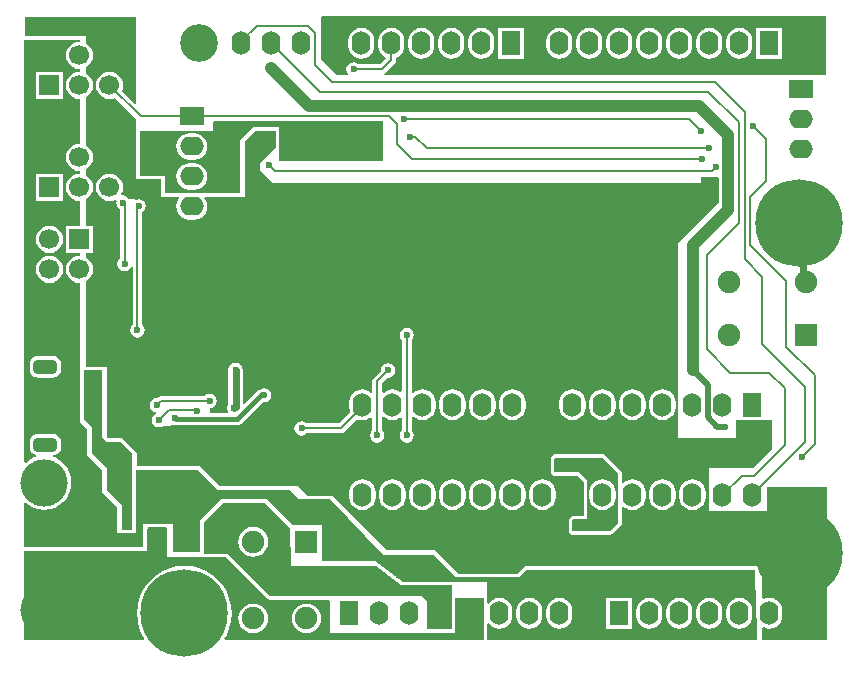
<source format=gbl>
G04*
G04 #@! TF.GenerationSoftware,Altium Limited,Altium Designer,20.0.7 (75)*
G04*
G04 Layer_Physical_Order=2*
G04 Layer_Color=16711680*
%FSLAX44Y44*%
%MOMM*%
G71*
G01*
G75*
%ADD10C,0.2000*%
%ADD11C,0.5000*%
%ADD12C,0.4000*%
%ADD31R,1.9000X1.9000*%
%ADD65C,1.9000*%
%ADD66R,1.9000X1.9000*%
%ADD74C,0.6000*%
%ADD76C,1.0000*%
%ADD77O,1.6000X2.0000*%
%ADD78R,1.6000X2.0000*%
%ADD79C,4.0000*%
%ADD80C,1.7000*%
%ADD81R,1.7000X1.7000*%
%ADD82C,3.2000*%
%ADD83C,7.4000*%
%ADD84O,2.0000X1.6000*%
%ADD85R,2.0000X1.6000*%
G04:AMPARAMS|DCode=86|XSize=2mm|YSize=1.2mm|CornerRadius=0.36mm|HoleSize=0mm|Usage=FLASHONLY|Rotation=0.000|XOffset=0mm|YOffset=0mm|HoleType=Round|Shape=RoundedRectangle|*
%AMROUNDEDRECTD86*
21,1,2.0000,0.4800,0,0,0.0*
21,1,1.2800,1.2000,0,0,0.0*
1,1,0.7200,0.6400,-0.2400*
1,1,0.7200,-0.6400,-0.2400*
1,1,0.7200,-0.6400,0.2400*
1,1,0.7200,0.6400,0.2400*
%
%ADD86ROUNDEDRECTD86*%
%ADD87C,0.6000*%
G36*
X683000Y481000D02*
X309022Y481000D01*
X308601Y482176D01*
X308618Y482270D01*
X309884Y483116D01*
X317844Y491076D01*
X317844Y491076D01*
X318728Y492399D01*
X319038Y493960D01*
X319038Y493960D01*
Y495783D01*
X320507Y496391D01*
X322805Y498155D01*
X324568Y500452D01*
X325677Y503128D01*
X326055Y506000D01*
Y510000D01*
X325677Y512872D01*
X324568Y515547D01*
X322805Y517845D01*
X320507Y519608D01*
X317832Y520717D01*
X314960Y521095D01*
X312088Y520717D01*
X309413Y519608D01*
X307115Y517845D01*
X305352Y515547D01*
X304243Y512872D01*
X303865Y510000D01*
Y506000D01*
X304243Y503128D01*
X305352Y500452D01*
X307115Y498155D01*
X309413Y496391D01*
X309706Y496270D01*
X310004Y494772D01*
X305311Y490078D01*
X287491D01*
X287326Y490326D01*
X285341Y491652D01*
X283000Y492118D01*
X280659Y491652D01*
X278674Y490326D01*
X277348Y488341D01*
X276882Y486000D01*
X277348Y483659D01*
X278276Y482270D01*
X277597Y481000D01*
X269000D01*
X255000Y495000D01*
X255000Y530102D01*
X255898Y531000D01*
X683000D01*
X683000Y481000D01*
D02*
G37*
G36*
X99000Y530000D02*
Y457067D01*
X97827Y456581D01*
X86691Y467717D01*
X87404Y469438D01*
X87799Y472440D01*
X87404Y475442D01*
X86245Y478240D01*
X84402Y480642D01*
X82000Y482485D01*
X79202Y483644D01*
X76200Y484039D01*
X73198Y483644D01*
X70400Y482485D01*
X67998Y480642D01*
X66155Y478240D01*
X64996Y475442D01*
X64601Y472440D01*
X64996Y469438D01*
X66155Y466640D01*
X67998Y464238D01*
X70400Y462395D01*
X73198Y461236D01*
X76200Y460841D01*
X79202Y461236D01*
X80923Y461949D01*
X99000Y443872D01*
Y434297D01*
X98941Y434000D01*
Y410294D01*
X98883Y410000D01*
X98941Y409706D01*
Y396000D01*
X99000Y395703D01*
Y393000D01*
X101705D01*
X102000Y392941D01*
X119941D01*
X119941Y381000D01*
X120000Y380705D01*
Y378000D01*
X122704D01*
X123000Y377941D01*
X134781D01*
X135407Y376671D01*
X134391Y375348D01*
X133283Y372672D01*
X132905Y369800D01*
X133283Y366928D01*
X134391Y364253D01*
X136155Y361955D01*
X138453Y360191D01*
X141128Y359083D01*
X144000Y358705D01*
X148000D01*
X150872Y359083D01*
X153547Y360191D01*
X155845Y361955D01*
X157608Y364253D01*
X158717Y366928D01*
X159095Y369800D01*
X158717Y372672D01*
X157608Y375348D01*
X156593Y376671D01*
X157219Y377941D01*
X187000D01*
X187296Y378000D01*
X191000D01*
X191000Y425674D01*
X199267Y433941D01*
X216941D01*
X216941Y419941D01*
X204000Y407000D01*
X204000Y401000D01*
X215000Y390000D01*
X577000D01*
X577000Y395000D01*
X591033Y395000D01*
X591931Y394102D01*
Y373984D01*
X557999Y338113D01*
X558000Y174001D01*
X607000Y174000D01*
X607000Y189000D01*
X609650D01*
Y188930D01*
X631650D01*
Y189000D01*
X637000D01*
X637000Y164000D01*
X621001Y148001D01*
X584000Y148000D01*
X584000Y112000D01*
X633000Y112000D01*
Y132000D01*
X684000Y132000D01*
Y3000D01*
X629802Y3000D01*
X628904Y3898D01*
X628904Y12681D01*
X630174Y13493D01*
X632128Y12683D01*
X635000Y12305D01*
X637872Y12683D01*
X640547Y13792D01*
X642845Y15555D01*
X644609Y17852D01*
X645717Y20528D01*
X646095Y23400D01*
Y27400D01*
X645717Y30272D01*
X644609Y32947D01*
X642845Y35245D01*
X640547Y37009D01*
X637872Y38117D01*
X635000Y38495D01*
X632128Y38117D01*
X630174Y37307D01*
X628904Y38120D01*
X628905Y60074D01*
X625618Y65000D01*
X623283D01*
X622986Y65059D01*
X429000Y65059D01*
X428705Y65000D01*
X427712D01*
X426951Y64239D01*
X426837Y64163D01*
X426837Y64163D01*
X421733Y59059D01*
X371941Y59059D01*
X370000Y61000D01*
X352000Y79000D01*
X311000Y79000D01*
X264999Y124999D01*
X263332Y124999D01*
X263066Y125058D01*
X263033Y125052D01*
X263000Y125059D01*
X248592Y125059D01*
X248296Y125000D01*
X248005D01*
X248005Y125000D01*
X247704Y125000D01*
X247408Y125059D01*
X243942Y125059D01*
X236000Y133000D01*
X229293Y133000D01*
X229000Y133059D01*
X228999D01*
X228999Y133059D01*
X228999Y133059D01*
X169941Y133059D01*
X153000Y150000D01*
X151296D01*
X151001Y150059D01*
X151001Y150059D01*
X135591Y150059D01*
X135296Y150000D01*
X135005D01*
X135005Y150000D01*
X134704D01*
X134409Y150059D01*
X100000Y150059D01*
Y161000D01*
X86999Y174001D01*
X74999D01*
X74000Y175000D01*
Y234000D01*
X70296D01*
X70000Y234059D01*
X56000D01*
Y306306D01*
X56600Y306555D01*
X59002Y308398D01*
X60845Y310800D01*
X62004Y313598D01*
X62399Y316600D01*
X62004Y319602D01*
X60845Y322400D01*
X59002Y324802D01*
X56600Y326645D01*
X56000Y326894D01*
Y330500D01*
X62300D01*
Y353500D01*
X56000D01*
Y375786D01*
X56600Y376035D01*
X59002Y377878D01*
X60845Y380280D01*
X62004Y383078D01*
X62399Y386080D01*
X62004Y389082D01*
X60845Y391880D01*
X59002Y394282D01*
X56600Y396125D01*
X56000Y396374D01*
Y401186D01*
X56600Y401435D01*
X59002Y403278D01*
X60845Y405680D01*
X62004Y408478D01*
X62399Y411480D01*
X62004Y414482D01*
X60845Y417280D01*
X59002Y419682D01*
X56600Y421525D01*
X56000Y421774D01*
Y462146D01*
X56600Y462395D01*
X59002Y464238D01*
X60845Y466640D01*
X62004Y469438D01*
X62399Y472440D01*
X62004Y475442D01*
X60845Y478240D01*
X59002Y480642D01*
X56600Y482485D01*
X56000Y482734D01*
Y487546D01*
X56600Y487795D01*
X59002Y489638D01*
X60845Y492040D01*
X62004Y494838D01*
X62399Y497840D01*
X62004Y500842D01*
X60845Y503640D01*
X59002Y506042D01*
X56600Y507885D01*
X56000Y508134D01*
Y514000D01*
X51296D01*
X51000Y514059D01*
X5000D01*
Y530000D01*
X99000Y530000D01*
D02*
G37*
G36*
X308000Y408000D02*
X220000Y408000D01*
X220000Y437000D01*
X198000D01*
X187000Y426000D01*
Y381000D01*
X123000D01*
X123000Y396000D01*
X102000D01*
Y434000D01*
X164000Y434000D01*
X164000Y441024D01*
X164898Y441922D01*
X308000D01*
X308000Y408000D01*
D02*
G37*
G36*
X70000Y174000D02*
X74000Y170000D01*
X86000D01*
X95000Y161000D01*
Y96318D01*
X87000D01*
Y117000D01*
X74000Y130000D01*
X74000Y148000D01*
X61750Y160250D01*
Y183250D01*
X55000Y190000D01*
Y226000D01*
Y231000D01*
X70000D01*
Y174000D01*
D02*
G37*
G36*
X51000Y509615D02*
X50800Y509439D01*
X47798Y509044D01*
X45000Y507885D01*
X42598Y506042D01*
X40755Y503640D01*
X39596Y500842D01*
X39201Y497840D01*
X39596Y494838D01*
X40755Y492040D01*
X42598Y489638D01*
X45000Y487795D01*
X47798Y486636D01*
X50800Y486241D01*
X51000Y486065D01*
Y484215D01*
X50800Y484039D01*
X47798Y483644D01*
X45000Y482485D01*
X42598Y480642D01*
X40755Y478240D01*
X39596Y475442D01*
X39201Y472440D01*
X39596Y469438D01*
X40755Y466640D01*
X42598Y464238D01*
X45000Y462395D01*
X47798Y461236D01*
X50800Y460841D01*
X51000Y460665D01*
Y423255D01*
X50800Y423079D01*
X47798Y422684D01*
X45000Y421525D01*
X42598Y419682D01*
X40755Y417280D01*
X39596Y414482D01*
X39201Y411480D01*
X39596Y408478D01*
X40755Y405680D01*
X42598Y403278D01*
X45000Y401435D01*
X47798Y400276D01*
X50800Y399881D01*
X51000Y399705D01*
Y397855D01*
X50800Y397679D01*
X47798Y397284D01*
X45000Y396125D01*
X42598Y394282D01*
X40755Y391880D01*
X39596Y389082D01*
X39201Y386080D01*
X39596Y383078D01*
X40755Y380280D01*
X42598Y377878D01*
X45000Y376035D01*
X47798Y374876D01*
X50800Y374481D01*
X51000Y374305D01*
Y353500D01*
X39300D01*
Y330500D01*
X51000D01*
Y328375D01*
X50800Y328199D01*
X47798Y327804D01*
X45000Y326645D01*
X42598Y324802D01*
X40755Y322400D01*
X39596Y319602D01*
X39201Y316600D01*
X39596Y313598D01*
X40755Y310800D01*
X42598Y308398D01*
X45000Y306555D01*
X47798Y305396D01*
X50800Y305001D01*
X51000Y304825D01*
Y187000D01*
X57000Y181000D01*
Y159000D01*
X70000Y146000D01*
Y128000D01*
X83000Y115000D01*
Y93000D01*
X99000Y93000D01*
X99000Y147001D01*
X134408Y147000D01*
X135000Y146882D01*
X135591Y147000D01*
X151001Y147000D01*
X167999Y130000D01*
X229000Y130000D01*
X237001Y122000D01*
X247408Y122000D01*
X248000Y121882D01*
X248592Y122000D01*
X263000Y122000D01*
X308016Y75000D01*
X350837Y74999D01*
X368888Y56000D01*
X423000Y56000D01*
X429000Y62000D01*
X622986Y62000D01*
X623213Y61453D01*
X624062Y28594D01*
X623905Y27400D01*
Y23400D01*
X624268Y20645D01*
X624701Y3910D01*
X623814Y3000D01*
X396059Y3000D01*
Y16721D01*
X397329Y17152D01*
X398555Y15555D01*
X400853Y13792D01*
X403528Y12683D01*
X406400Y12305D01*
X409272Y12683D01*
X411947Y13792D01*
X414245Y15555D01*
X416008Y17852D01*
X417117Y20528D01*
X417495Y23400D01*
Y27400D01*
X417117Y30272D01*
X416008Y32947D01*
X414245Y35245D01*
X411947Y37009D01*
X409272Y38117D01*
X406400Y38495D01*
X403528Y38117D01*
X400853Y37009D01*
X398555Y35245D01*
X397329Y33648D01*
X396059Y34079D01*
Y38000D01*
X396000Y38295D01*
Y52000D01*
X366296D01*
X366000Y52059D01*
X324922D01*
X301059Y70000D01*
X256000Y70000D01*
Y100000D01*
X232000Y100000D01*
X210000Y122000D01*
X207296D01*
X207000Y122059D01*
X172000Y122059D01*
X172000Y122059D01*
X170829Y121826D01*
X169837Y121163D01*
X153837Y105163D01*
X153174Y104171D01*
X152941Y103000D01*
X152941Y103000D01*
Y77000D01*
X130000D01*
Y101000D01*
X125295D01*
X125000Y101059D01*
X108898Y101059D01*
X108898Y101059D01*
X108603Y101000D01*
X105000D01*
Y97397D01*
X104941Y97102D01*
X104941Y97102D01*
X104942Y82082D01*
X104044Y81184D01*
X4000D01*
Y118555D01*
X5270Y119156D01*
X8160Y116784D01*
X12156Y114648D01*
X16491Y113333D01*
X21000Y112889D01*
X25509Y113333D01*
X29844Y114648D01*
X33840Y116784D01*
X37342Y119658D01*
X40216Y123160D01*
X42352Y127156D01*
X43667Y131491D01*
X44111Y136000D01*
X43667Y140509D01*
X42352Y144844D01*
X40216Y148840D01*
X37342Y152342D01*
X33840Y155216D01*
X29844Y157352D01*
X28693Y157701D01*
X28799Y158996D01*
X30118Y159170D01*
X31723Y159835D01*
X33102Y160893D01*
X34160Y162271D01*
X34825Y163877D01*
X35052Y165600D01*
Y170400D01*
X34825Y172123D01*
X34160Y173729D01*
X33102Y175107D01*
X31723Y176165D01*
X30118Y176830D01*
X28395Y177057D01*
X15595D01*
X13872Y176830D01*
X12266Y176165D01*
X10888Y175107D01*
X9830Y173729D01*
X9165Y172123D01*
X8938Y170400D01*
Y165600D01*
X9165Y163877D01*
X9830Y162271D01*
X10888Y160893D01*
X12266Y159835D01*
X13830Y159187D01*
X13875Y159069D01*
X13909Y157884D01*
X12156Y157352D01*
X8160Y155216D01*
X5270Y152844D01*
X4000Y153445D01*
Y511000D01*
X51000D01*
Y509615D01*
D02*
G37*
G36*
X229000Y98000D02*
X230065Y65000D01*
X301947D01*
X323000Y49000D01*
X366000D01*
Y38295D01*
X365941Y38000D01*
Y12000D01*
X345000D01*
Y36000D01*
X341000Y40000D01*
X212000D01*
X176000Y76000D01*
X156000D01*
Y103000D01*
X172000Y119000D01*
X207000Y119000D01*
X229000Y98000D01*
D02*
G37*
G36*
X125000Y98000D02*
X125000Y72969D01*
X154448Y73429D01*
X154830Y73174D01*
X156000Y72941D01*
X174733D01*
X209837Y37837D01*
X210830Y37174D01*
X212000Y36941D01*
X212000Y36941D01*
X262102D01*
X263000Y36043D01*
X263000Y18000D01*
Y9000D01*
X344705D01*
X345000Y8941D01*
X365941D01*
X366237Y9000D01*
X369000D01*
Y36730D01*
D01*
Y38000D01*
X369000Y38000D01*
X370270D01*
X370270Y38000D01*
X393000Y38000D01*
Y3000D01*
X174186Y3000D01*
X173565Y4108D01*
X175450Y7184D01*
X177860Y13001D01*
X179330Y19123D01*
X179824Y25400D01*
X179330Y31677D01*
X177860Y37799D01*
X175450Y43616D01*
X172161Y48984D01*
X168072Y53772D01*
X163284Y57861D01*
X157916Y61150D01*
X152099Y63560D01*
X145977Y65030D01*
X139700Y65524D01*
X133423Y65030D01*
X127301Y63560D01*
X121484Y61150D01*
X116116Y57861D01*
X111328Y53772D01*
X107239Y48984D01*
X103949Y43616D01*
X101540Y37799D01*
X100070Y31677D01*
X99576Y25400D01*
X100070Y19123D01*
X101540Y13001D01*
X103949Y7184D01*
X105835Y4108D01*
X105214Y3000D01*
X4414D01*
X4000Y4000D01*
Y78125D01*
X108001D01*
X108000Y97102D01*
X108898Y98000D01*
X125000Y98000D01*
D02*
G37*
%LPC*%
G36*
X646000Y521000D02*
X624000D01*
Y495000D01*
X646000D01*
Y521000D01*
D02*
G37*
G36*
X427560D02*
X405560D01*
Y495000D01*
X427560D01*
Y521000D01*
D02*
G37*
G36*
X609600Y521095D02*
X606728Y520717D01*
X604053Y519608D01*
X601755Y517845D01*
X599991Y515547D01*
X598883Y512872D01*
X598505Y510000D01*
Y506000D01*
X598883Y503128D01*
X599991Y500452D01*
X601755Y498155D01*
X604053Y496391D01*
X606728Y495283D01*
X609600Y494905D01*
X612472Y495283D01*
X615147Y496391D01*
X617445Y498155D01*
X619208Y500452D01*
X620317Y503128D01*
X620695Y506000D01*
Y510000D01*
X620317Y512872D01*
X619208Y515547D01*
X617445Y517845D01*
X615147Y519608D01*
X612472Y520717D01*
X609600Y521095D01*
D02*
G37*
G36*
X584200D02*
X581328Y520717D01*
X578653Y519608D01*
X576355Y517845D01*
X574591Y515547D01*
X573483Y512872D01*
X573105Y510000D01*
Y506000D01*
X573483Y503128D01*
X574591Y500452D01*
X576355Y498155D01*
X578653Y496391D01*
X581328Y495283D01*
X584200Y494905D01*
X587072Y495283D01*
X589747Y496391D01*
X592045Y498155D01*
X593809Y500452D01*
X594917Y503128D01*
X595295Y506000D01*
Y510000D01*
X594917Y512872D01*
X593809Y515547D01*
X592045Y517845D01*
X589747Y519608D01*
X587072Y520717D01*
X584200Y521095D01*
D02*
G37*
G36*
X558800D02*
X555928Y520717D01*
X553253Y519608D01*
X550955Y517845D01*
X549192Y515547D01*
X548083Y512872D01*
X547705Y510000D01*
Y506000D01*
X548083Y503128D01*
X549192Y500452D01*
X550955Y498155D01*
X553253Y496391D01*
X555928Y495283D01*
X558800Y494905D01*
X561672Y495283D01*
X564347Y496391D01*
X566645Y498155D01*
X568409Y500452D01*
X569517Y503128D01*
X569895Y506000D01*
Y510000D01*
X569517Y512872D01*
X568409Y515547D01*
X566645Y517845D01*
X564347Y519608D01*
X561672Y520717D01*
X558800Y521095D01*
D02*
G37*
G36*
X533400D02*
X530528Y520717D01*
X527853Y519608D01*
X525555Y517845D01*
X523792Y515547D01*
X522683Y512872D01*
X522305Y510000D01*
Y506000D01*
X522683Y503128D01*
X523792Y500452D01*
X525555Y498155D01*
X527853Y496391D01*
X530528Y495283D01*
X533400Y494905D01*
X536272Y495283D01*
X538947Y496391D01*
X541245Y498155D01*
X543008Y500452D01*
X544117Y503128D01*
X544495Y506000D01*
Y510000D01*
X544117Y512872D01*
X543008Y515547D01*
X541245Y517845D01*
X538947Y519608D01*
X536272Y520717D01*
X533400Y521095D01*
D02*
G37*
G36*
X508000D02*
X505128Y520717D01*
X502453Y519608D01*
X500155Y517845D01*
X498391Y515547D01*
X497283Y512872D01*
X496905Y510000D01*
Y506000D01*
X497283Y503128D01*
X498391Y500452D01*
X500155Y498155D01*
X502453Y496391D01*
X505128Y495283D01*
X508000Y494905D01*
X510872Y495283D01*
X513547Y496391D01*
X515845Y498155D01*
X517608Y500452D01*
X518717Y503128D01*
X519095Y506000D01*
Y510000D01*
X518717Y512872D01*
X517608Y515547D01*
X515845Y517845D01*
X513547Y519608D01*
X510872Y520717D01*
X508000Y521095D01*
D02*
G37*
G36*
X482600D02*
X479728Y520717D01*
X477053Y519608D01*
X474755Y517845D01*
X472991Y515547D01*
X471883Y512872D01*
X471505Y510000D01*
Y506000D01*
X471883Y503128D01*
X472991Y500452D01*
X474755Y498155D01*
X477053Y496391D01*
X479728Y495283D01*
X482600Y494905D01*
X485472Y495283D01*
X488147Y496391D01*
X490445Y498155D01*
X492209Y500452D01*
X493317Y503128D01*
X493695Y506000D01*
Y510000D01*
X493317Y512872D01*
X492209Y515547D01*
X490445Y517845D01*
X488147Y519608D01*
X485472Y520717D01*
X482600Y521095D01*
D02*
G37*
G36*
X457200D02*
X454328Y520717D01*
X451653Y519608D01*
X449355Y517845D01*
X447592Y515547D01*
X446483Y512872D01*
X446105Y510000D01*
Y506000D01*
X446483Y503128D01*
X447592Y500452D01*
X449355Y498155D01*
X451653Y496391D01*
X454328Y495283D01*
X457200Y494905D01*
X460072Y495283D01*
X462747Y496391D01*
X465045Y498155D01*
X466809Y500452D01*
X467917Y503128D01*
X468295Y506000D01*
Y510000D01*
X467917Y512872D01*
X466809Y515547D01*
X465045Y517845D01*
X462747Y519608D01*
X460072Y520717D01*
X457200Y521095D01*
D02*
G37*
G36*
X391160D02*
X388288Y520717D01*
X385613Y519608D01*
X383315Y517845D01*
X381552Y515547D01*
X380443Y512872D01*
X380065Y510000D01*
Y506000D01*
X380443Y503128D01*
X381552Y500452D01*
X383315Y498155D01*
X385613Y496391D01*
X388288Y495283D01*
X391160Y494905D01*
X394032Y495283D01*
X396707Y496391D01*
X399005Y498155D01*
X400769Y500452D01*
X401877Y503128D01*
X402255Y506000D01*
Y510000D01*
X401877Y512872D01*
X400769Y515547D01*
X399005Y517845D01*
X396707Y519608D01*
X394032Y520717D01*
X391160Y521095D01*
D02*
G37*
G36*
X365760D02*
X362888Y520717D01*
X360213Y519608D01*
X357915Y517845D01*
X356152Y515547D01*
X355043Y512872D01*
X354665Y510000D01*
Y506000D01*
X355043Y503128D01*
X356152Y500452D01*
X357915Y498155D01*
X360213Y496391D01*
X362888Y495283D01*
X365760Y494905D01*
X368632Y495283D01*
X371307Y496391D01*
X373605Y498155D01*
X375368Y500452D01*
X376477Y503128D01*
X376855Y506000D01*
Y510000D01*
X376477Y512872D01*
X375368Y515547D01*
X373605Y517845D01*
X371307Y519608D01*
X368632Y520717D01*
X365760Y521095D01*
D02*
G37*
G36*
X340360D02*
X337488Y520717D01*
X334813Y519608D01*
X332515Y517845D01*
X330751Y515547D01*
X329643Y512872D01*
X329265Y510000D01*
Y506000D01*
X329643Y503128D01*
X330751Y500452D01*
X332515Y498155D01*
X334813Y496391D01*
X337488Y495283D01*
X340360Y494905D01*
X343232Y495283D01*
X345907Y496391D01*
X348205Y498155D01*
X349968Y500452D01*
X351077Y503128D01*
X351455Y506000D01*
Y510000D01*
X351077Y512872D01*
X349968Y515547D01*
X348205Y517845D01*
X345907Y519608D01*
X343232Y520717D01*
X340360Y521095D01*
D02*
G37*
G36*
X289560D02*
X286688Y520717D01*
X284013Y519608D01*
X281715Y517845D01*
X279951Y515547D01*
X278843Y512872D01*
X278465Y510000D01*
Y506000D01*
X278843Y503128D01*
X279951Y500452D01*
X281715Y498155D01*
X284013Y496391D01*
X286688Y495283D01*
X289560Y494905D01*
X292432Y495283D01*
X295107Y496391D01*
X297405Y498155D01*
X299168Y500452D01*
X300277Y503128D01*
X300655Y506000D01*
Y510000D01*
X300277Y512872D01*
X299168Y515547D01*
X297405Y517845D01*
X295107Y519608D01*
X292432Y520717D01*
X289560Y521095D01*
D02*
G37*
G36*
X76200Y397679D02*
X73198Y397284D01*
X70400Y396125D01*
X67998Y394282D01*
X66155Y391880D01*
X64996Y389082D01*
X64601Y386080D01*
X64996Y383078D01*
X66155Y380280D01*
X67998Y377878D01*
X70400Y376035D01*
X73198Y374876D01*
X76200Y374481D01*
X79202Y374876D01*
X81171Y375692D01*
X82232Y374756D01*
X81882Y373000D01*
X82348Y370659D01*
X83674Y368674D01*
X84922Y367841D01*
Y325491D01*
X84674Y325326D01*
X83348Y323341D01*
X82882Y321000D01*
X83348Y318659D01*
X84674Y316674D01*
X86659Y315348D01*
X89000Y314883D01*
X91341Y315348D01*
X93326Y316674D01*
X94652Y318659D01*
X95922Y318533D01*
Y269491D01*
X95674Y269326D01*
X94348Y267341D01*
X93883Y265000D01*
X94348Y262659D01*
X95674Y260674D01*
X97659Y259348D01*
X100000Y258883D01*
X102341Y259348D01*
X104326Y260674D01*
X105652Y262659D01*
X106117Y265000D01*
X105652Y267341D01*
X104326Y269326D01*
X104078Y269491D01*
Y364841D01*
X105326Y365674D01*
X106652Y367659D01*
X107118Y370000D01*
X106652Y372341D01*
X105326Y374326D01*
X103341Y375652D01*
X101000Y376118D01*
X98659Y375652D01*
X98473Y375527D01*
X98000Y376000D01*
X93212D01*
X92326Y377326D01*
X90341Y378652D01*
X88000Y379118D01*
X86765Y378872D01*
X86049Y380024D01*
X86245Y380280D01*
X87404Y383078D01*
X87799Y386080D01*
X87404Y389082D01*
X86245Y391880D01*
X84402Y394282D01*
X82000Y396125D01*
X79202Y397284D01*
X76200Y397679D01*
D02*
G37*
G36*
X328000Y267118D02*
X325659Y266652D01*
X323674Y265326D01*
X322348Y263341D01*
X321883Y261000D01*
X322348Y258659D01*
X323674Y256674D01*
X323922Y256509D01*
Y213202D01*
X322652Y212576D01*
X321397Y213538D01*
X318722Y214647D01*
X315850Y215025D01*
X312978Y214647D01*
X310303Y213538D01*
X308348Y212039D01*
X307078Y212518D01*
Y220311D01*
X311708Y224940D01*
X312000Y224883D01*
X314341Y225348D01*
X316326Y226674D01*
X317652Y228659D01*
X318118Y231000D01*
X317652Y233341D01*
X316326Y235326D01*
X314341Y236652D01*
X312000Y237118D01*
X309659Y236652D01*
X307674Y235326D01*
X306348Y233341D01*
X305882Y231000D01*
X305940Y230708D01*
X300116Y224884D01*
X299232Y223561D01*
X298922Y222000D01*
X298922Y222000D01*
Y212896D01*
X297652Y212269D01*
X295997Y213538D01*
X293322Y214647D01*
X290450Y215025D01*
X287578Y214647D01*
X284903Y213538D01*
X282605Y211775D01*
X280842Y209478D01*
X279733Y206802D01*
X279355Y203930D01*
Y199930D01*
X279733Y197058D01*
X280342Y195589D01*
X270831Y186078D01*
X243491D01*
X243326Y186326D01*
X241341Y187652D01*
X239000Y188118D01*
X236659Y187652D01*
X234674Y186326D01*
X233348Y184341D01*
X232882Y182000D01*
X233348Y179659D01*
X234674Y177674D01*
X236659Y176348D01*
X239000Y175882D01*
X241341Y176348D01*
X243326Y177674D01*
X243491Y177922D01*
X272520D01*
X272520Y177922D01*
X274081Y178232D01*
X275404Y179116D01*
X286109Y189822D01*
X287578Y189213D01*
X290450Y188835D01*
X293322Y189213D01*
X295997Y190322D01*
X297652Y191591D01*
X298922Y190965D01*
Y180491D01*
X298674Y180326D01*
X297348Y178341D01*
X296882Y176000D01*
X297348Y173659D01*
X298674Y171674D01*
X300659Y170348D01*
X303000Y169883D01*
X305341Y170348D01*
X307326Y171674D01*
X308652Y173659D01*
X309118Y176000D01*
X308652Y178341D01*
X307326Y180326D01*
X307078Y180491D01*
Y191343D01*
X308348Y191821D01*
X310303Y190322D01*
X312978Y189213D01*
X315850Y188835D01*
X318722Y189213D01*
X321397Y190322D01*
X322652Y191284D01*
X323922Y190658D01*
Y180491D01*
X323674Y180326D01*
X322348Y178341D01*
X321883Y176000D01*
X322348Y173659D01*
X323674Y171674D01*
X325659Y170348D01*
X328000Y169883D01*
X330341Y170348D01*
X332326Y171674D01*
X333652Y173659D01*
X334118Y176000D01*
X333652Y178341D01*
X332326Y180326D01*
X332078Y180491D01*
Y191838D01*
X333281Y192246D01*
X333405Y192085D01*
X335703Y190322D01*
X338378Y189213D01*
X341250Y188835D01*
X344122Y189213D01*
X346797Y190322D01*
X349095Y192085D01*
X350858Y194382D01*
X351967Y197058D01*
X352345Y199930D01*
Y203930D01*
X351967Y206802D01*
X350858Y209478D01*
X349095Y211775D01*
X346797Y213538D01*
X344122Y214647D01*
X341250Y215025D01*
X338378Y214647D01*
X335703Y213538D01*
X333405Y211775D01*
X333281Y211614D01*
X332078Y212022D01*
Y256509D01*
X332326Y256674D01*
X333652Y258659D01*
X334118Y261000D01*
X333652Y263341D01*
X332326Y265326D01*
X330341Y266652D01*
X328000Y267118D01*
D02*
G37*
G36*
X183000Y237617D02*
X180659Y237152D01*
X178674Y235826D01*
X177348Y233841D01*
X176882Y231500D01*
Y202141D01*
X176348Y201341D01*
X175882Y199000D01*
X176348Y196659D01*
X176877Y195868D01*
X176198Y194598D01*
X161000D01*
Y198883D01*
X163341Y199348D01*
X165326Y200674D01*
X166652Y202659D01*
X167118Y205000D01*
X166652Y207341D01*
X165326Y209326D01*
X163341Y210652D01*
X161000Y211117D01*
X158659Y210652D01*
X156674Y209326D01*
X156509Y209078D01*
X119500D01*
X119500Y209078D01*
X117939Y208768D01*
X116638Y207898D01*
X116340Y207957D01*
X113999Y207492D01*
X112014Y206166D01*
X110688Y204181D01*
X110223Y201840D01*
X110688Y199499D01*
X112014Y197514D01*
X113999Y196188D01*
X115436Y195902D01*
X115598Y194995D01*
X115556Y194583D01*
X113674Y193326D01*
X112348Y191341D01*
X111882Y189000D01*
X112348Y186659D01*
X113674Y184674D01*
X115659Y183348D01*
X118000Y182882D01*
X120341Y183348D01*
X121730Y184276D01*
X123000Y184000D01*
Y184000D01*
X123000Y184000D01*
X128000D01*
Y184775D01*
X128953Y185285D01*
X129270Y185326D01*
X130661Y185049D01*
X131049Y184790D01*
X133000Y184402D01*
X184400D01*
X186350Y184790D01*
X188004Y185895D01*
X206159Y204050D01*
X207000Y203883D01*
X209341Y204348D01*
X211326Y205674D01*
X212652Y207659D01*
X213118Y210000D01*
X212652Y212341D01*
X211326Y214326D01*
X209341Y215652D01*
X207000Y216118D01*
X204659Y215652D01*
X203377Y214795D01*
X202949Y214710D01*
X201295Y213605D01*
X190291Y202601D01*
X189118Y203087D01*
Y231500D01*
X188652Y233841D01*
X187326Y235826D01*
X185341Y237152D01*
X183000Y237617D01*
D02*
G37*
G36*
X544450Y215025D02*
X541578Y214647D01*
X538903Y213538D01*
X536605Y211775D01*
X534841Y209478D01*
X533733Y206802D01*
X533355Y203930D01*
Y199930D01*
X533733Y197058D01*
X534841Y194382D01*
X536605Y192085D01*
X538903Y190322D01*
X541578Y189213D01*
X544450Y188835D01*
X547322Y189213D01*
X549997Y190322D01*
X552295Y192085D01*
X554058Y194382D01*
X555167Y197058D01*
X555545Y199930D01*
Y203930D01*
X555167Y206802D01*
X554058Y209478D01*
X552295Y211775D01*
X549997Y213538D01*
X547322Y214647D01*
X544450Y215025D01*
D02*
G37*
G36*
X519050D02*
X516178Y214647D01*
X513503Y213538D01*
X511205Y211775D01*
X509441Y209478D01*
X508333Y206802D01*
X507955Y203930D01*
Y199930D01*
X508333Y197058D01*
X509441Y194382D01*
X511205Y192085D01*
X513503Y190322D01*
X516178Y189213D01*
X519050Y188835D01*
X521922Y189213D01*
X524597Y190322D01*
X526895Y192085D01*
X528658Y194382D01*
X529767Y197058D01*
X530145Y199930D01*
Y203930D01*
X529767Y206802D01*
X528658Y209478D01*
X526895Y211775D01*
X524597Y213538D01*
X521922Y214647D01*
X519050Y215025D01*
D02*
G37*
G36*
X493650D02*
X490778Y214647D01*
X488103Y213538D01*
X485805Y211775D01*
X484041Y209478D01*
X482933Y206802D01*
X482555Y203930D01*
Y199930D01*
X482933Y197058D01*
X484041Y194382D01*
X485805Y192085D01*
X488103Y190322D01*
X490778Y189213D01*
X493650Y188835D01*
X496522Y189213D01*
X499197Y190322D01*
X501495Y192085D01*
X503259Y194382D01*
X504367Y197058D01*
X504745Y199930D01*
Y203930D01*
X504367Y206802D01*
X503259Y209478D01*
X501495Y211775D01*
X499197Y213538D01*
X496522Y214647D01*
X493650Y215025D01*
D02*
G37*
G36*
X468250D02*
X465378Y214647D01*
X462703Y213538D01*
X460405Y211775D01*
X458642Y209478D01*
X457533Y206802D01*
X457155Y203930D01*
Y199930D01*
X457533Y197058D01*
X458642Y194382D01*
X460405Y192085D01*
X462703Y190322D01*
X465378Y189213D01*
X468250Y188835D01*
X471122Y189213D01*
X473797Y190322D01*
X476095Y192085D01*
X477859Y194382D01*
X478967Y197058D01*
X479345Y199930D01*
Y203930D01*
X478967Y206802D01*
X477859Y209478D01*
X476095Y211775D01*
X473797Y213538D01*
X471122Y214647D01*
X468250Y215025D01*
D02*
G37*
G36*
X417450D02*
X414578Y214647D01*
X411903Y213538D01*
X409605Y211775D01*
X407841Y209478D01*
X406733Y206802D01*
X406355Y203930D01*
Y199930D01*
X406733Y197058D01*
X407841Y194382D01*
X409605Y192085D01*
X411903Y190322D01*
X414578Y189213D01*
X417450Y188835D01*
X420322Y189213D01*
X422997Y190322D01*
X425295Y192085D01*
X427058Y194382D01*
X428167Y197058D01*
X428545Y199930D01*
Y203930D01*
X428167Y206802D01*
X427058Y209478D01*
X425295Y211775D01*
X422997Y213538D01*
X420322Y214647D01*
X417450Y215025D01*
D02*
G37*
G36*
X392050D02*
X389178Y214647D01*
X386503Y213538D01*
X384205Y211775D01*
X382441Y209478D01*
X381333Y206802D01*
X380955Y203930D01*
Y199930D01*
X381333Y197058D01*
X382441Y194382D01*
X384205Y192085D01*
X386503Y190322D01*
X389178Y189213D01*
X392050Y188835D01*
X394922Y189213D01*
X397597Y190322D01*
X399895Y192085D01*
X401659Y194382D01*
X402767Y197058D01*
X403145Y199930D01*
Y203930D01*
X402767Y206802D01*
X401659Y209478D01*
X399895Y211775D01*
X397597Y213538D01*
X394922Y214647D01*
X392050Y215025D01*
D02*
G37*
G36*
X366650D02*
X363778Y214647D01*
X361103Y213538D01*
X358805Y211775D01*
X357042Y209478D01*
X355933Y206802D01*
X355555Y203930D01*
Y199930D01*
X355933Y197058D01*
X357042Y194382D01*
X358805Y192085D01*
X361103Y190322D01*
X363778Y189213D01*
X366650Y188835D01*
X369522Y189213D01*
X372197Y190322D01*
X374495Y192085D01*
X376259Y194382D01*
X377367Y197058D01*
X377745Y199930D01*
Y203930D01*
X377367Y206802D01*
X376259Y209478D01*
X374495Y211775D01*
X372197Y213538D01*
X369522Y214647D01*
X366650Y215025D01*
D02*
G37*
G36*
X456000Y160117D02*
X455704Y160059D01*
X453898D01*
X453898Y160059D01*
X452727Y159826D01*
X451735Y159163D01*
X450837Y158265D01*
X450174Y157272D01*
X449941Y156102D01*
X449941Y156102D01*
Y154295D01*
X449883Y154000D01*
X449941Y153705D01*
Y145000D01*
X450174Y143829D01*
X450837Y142837D01*
X450837Y142837D01*
X451829Y142174D01*
X453000Y141941D01*
X472733Y141941D01*
X477942Y136733D01*
X477941Y108059D01*
X468898Y108059D01*
X467727Y107826D01*
X466735Y107163D01*
X466735Y107163D01*
X465837Y106264D01*
X465837Y106264D01*
X465174Y105272D01*
X464941Y104102D01*
X464941Y104101D01*
X464941Y95000D01*
X465174Y93829D01*
X465837Y92837D01*
X465837Y92837D01*
X466829Y92174D01*
X468000Y91941D01*
X500000D01*
X500000Y91941D01*
X501170Y92174D01*
X502163Y92837D01*
X502163Y92837D01*
X509163Y99837D01*
X509826Y100829D01*
X510059Y102000D01*
X510059Y102000D01*
X510059Y115496D01*
X510269Y115567D01*
X511329Y115789D01*
X513503Y114122D01*
X516178Y113013D01*
X519050Y112635D01*
X521922Y113013D01*
X524597Y114122D01*
X526895Y115885D01*
X528658Y118182D01*
X529767Y120858D01*
X530145Y123730D01*
Y127730D01*
X529767Y130602D01*
X528658Y133278D01*
X526895Y135575D01*
X524597Y137338D01*
X521922Y138447D01*
X519050Y138825D01*
X516178Y138447D01*
X513503Y137338D01*
X511329Y135671D01*
X510267Y135894D01*
X510059Y135964D01*
X510059Y144000D01*
X510059Y144000D01*
X510059Y144000D01*
X509826Y145171D01*
X509826Y145171D01*
X509826Y145171D01*
X509519Y145631D01*
X509163Y146163D01*
X509163Y146163D01*
X496162Y159163D01*
X495170Y159826D01*
X495170Y159826D01*
X495170Y159826D01*
X494000Y160058D01*
X493999Y160058D01*
X456296Y160059D01*
X456000Y160117D01*
D02*
G37*
G36*
X569850Y138825D02*
X566978Y138447D01*
X564303Y137338D01*
X562005Y135575D01*
X560242Y133278D01*
X559133Y130602D01*
X558755Y127730D01*
Y123730D01*
X559133Y120858D01*
X560242Y118182D01*
X562005Y115885D01*
X564303Y114122D01*
X566978Y113013D01*
X569850Y112635D01*
X572722Y113013D01*
X575397Y114122D01*
X577695Y115885D01*
X579459Y118182D01*
X580567Y120858D01*
X580945Y123730D01*
Y127730D01*
X580567Y130602D01*
X579459Y133278D01*
X577695Y135575D01*
X575397Y137338D01*
X572722Y138447D01*
X569850Y138825D01*
D02*
G37*
G36*
X544450D02*
X541578Y138447D01*
X538903Y137338D01*
X536605Y135575D01*
X534841Y133278D01*
X533733Y130602D01*
X533355Y127730D01*
Y123730D01*
X533733Y120858D01*
X534841Y118182D01*
X536605Y115885D01*
X538903Y114122D01*
X541578Y113013D01*
X544450Y112635D01*
X547322Y113013D01*
X549997Y114122D01*
X552295Y115885D01*
X554058Y118182D01*
X555167Y120858D01*
X555545Y123730D01*
Y127730D01*
X555167Y130602D01*
X554058Y133278D01*
X552295Y135575D01*
X549997Y137338D01*
X547322Y138447D01*
X544450Y138825D01*
D02*
G37*
G36*
X442850D02*
X439978Y138447D01*
X437303Y137338D01*
X435005Y135575D01*
X433242Y133278D01*
X432133Y130602D01*
X431755Y127730D01*
Y123730D01*
X432133Y120858D01*
X433242Y118182D01*
X435005Y115885D01*
X437303Y114122D01*
X439978Y113013D01*
X442850Y112635D01*
X445722Y113013D01*
X448397Y114122D01*
X450695Y115885D01*
X452458Y118182D01*
X453567Y120858D01*
X453945Y123730D01*
Y127730D01*
X453567Y130602D01*
X452458Y133278D01*
X450695Y135575D01*
X448397Y137338D01*
X445722Y138447D01*
X442850Y138825D01*
D02*
G37*
G36*
X417450D02*
X414578Y138447D01*
X411903Y137338D01*
X409605Y135575D01*
X407841Y133278D01*
X406733Y130602D01*
X406355Y127730D01*
Y123730D01*
X406733Y120858D01*
X407841Y118182D01*
X409605Y115885D01*
X411903Y114122D01*
X414578Y113013D01*
X417450Y112635D01*
X420322Y113013D01*
X422997Y114122D01*
X425295Y115885D01*
X427058Y118182D01*
X428167Y120858D01*
X428545Y123730D01*
Y127730D01*
X428167Y130602D01*
X427058Y133278D01*
X425295Y135575D01*
X422997Y137338D01*
X420322Y138447D01*
X417450Y138825D01*
D02*
G37*
G36*
X392050D02*
X389178Y138447D01*
X386503Y137338D01*
X384205Y135575D01*
X382441Y133278D01*
X381333Y130602D01*
X380955Y127730D01*
Y123730D01*
X381333Y120858D01*
X382441Y118182D01*
X384205Y115885D01*
X386503Y114122D01*
X389178Y113013D01*
X392050Y112635D01*
X394922Y113013D01*
X397597Y114122D01*
X399895Y115885D01*
X401659Y118182D01*
X402767Y120858D01*
X403145Y123730D01*
Y127730D01*
X402767Y130602D01*
X401659Y133278D01*
X399895Y135575D01*
X397597Y137338D01*
X394922Y138447D01*
X392050Y138825D01*
D02*
G37*
G36*
X366650D02*
X363778Y138447D01*
X361103Y137338D01*
X358805Y135575D01*
X357042Y133278D01*
X355933Y130602D01*
X355555Y127730D01*
Y123730D01*
X355933Y120858D01*
X357042Y118182D01*
X358805Y115885D01*
X361103Y114122D01*
X363778Y113013D01*
X366650Y112635D01*
X369522Y113013D01*
X372197Y114122D01*
X374495Y115885D01*
X376259Y118182D01*
X377367Y120858D01*
X377745Y123730D01*
Y127730D01*
X377367Y130602D01*
X376259Y133278D01*
X374495Y135575D01*
X372197Y137338D01*
X369522Y138447D01*
X366650Y138825D01*
D02*
G37*
G36*
X341250D02*
X338378Y138447D01*
X335703Y137338D01*
X333405Y135575D01*
X331642Y133278D01*
X330533Y130602D01*
X330155Y127730D01*
Y123730D01*
X330533Y120858D01*
X331642Y118182D01*
X333405Y115885D01*
X335703Y114122D01*
X338378Y113013D01*
X341250Y112635D01*
X344122Y113013D01*
X346797Y114122D01*
X349095Y115885D01*
X350858Y118182D01*
X351967Y120858D01*
X352345Y123730D01*
Y127730D01*
X351967Y130602D01*
X350858Y133278D01*
X349095Y135575D01*
X346797Y137338D01*
X344122Y138447D01*
X341250Y138825D01*
D02*
G37*
G36*
X315850D02*
X312978Y138447D01*
X310303Y137338D01*
X308005Y135575D01*
X306241Y133278D01*
X305133Y130602D01*
X304755Y127730D01*
Y123730D01*
X305133Y120858D01*
X306241Y118182D01*
X308005Y115885D01*
X310303Y114122D01*
X312978Y113013D01*
X315850Y112635D01*
X318722Y113013D01*
X321397Y114122D01*
X323695Y115885D01*
X325458Y118182D01*
X326567Y120858D01*
X326945Y123730D01*
Y127730D01*
X326567Y130602D01*
X325458Y133278D01*
X323695Y135575D01*
X321397Y137338D01*
X318722Y138447D01*
X315850Y138825D01*
D02*
G37*
G36*
X290450D02*
X287578Y138447D01*
X284903Y137338D01*
X282605Y135575D01*
X280842Y133278D01*
X279733Y130602D01*
X279355Y127730D01*
Y123730D01*
X279733Y120858D01*
X280842Y118182D01*
X282605Y115885D01*
X284903Y114122D01*
X287578Y113013D01*
X290450Y112635D01*
X293322Y113013D01*
X295997Y114122D01*
X298295Y115885D01*
X300058Y118182D01*
X301167Y120858D01*
X301545Y123730D01*
Y127730D01*
X301167Y130602D01*
X300058Y133278D01*
X298295Y135575D01*
X295997Y137338D01*
X293322Y138447D01*
X290450Y138825D01*
D02*
G37*
%LPD*%
G36*
X494000Y157000D02*
X507000Y144000D01*
X507000Y102000D01*
X500000Y95000D01*
X468000D01*
X468000Y104102D01*
X468898Y105000D01*
X481000Y105000D01*
X481000Y138000D01*
X473999Y145000D01*
X453000Y145000D01*
Y156102D01*
X453898Y157000D01*
X494000Y157000D01*
D02*
G37*
%LPC*%
G36*
X493650Y138825D02*
X490778Y138447D01*
X488103Y137338D01*
X485805Y135575D01*
X484041Y133278D01*
X482933Y130602D01*
X482555Y127730D01*
Y123730D01*
X482933Y120858D01*
X484041Y118182D01*
X485805Y115885D01*
X488103Y114122D01*
X490778Y113013D01*
X493650Y112635D01*
X496522Y113013D01*
X499197Y114122D01*
X501495Y115885D01*
X503259Y118182D01*
X504367Y120858D01*
X504745Y123730D01*
Y127730D01*
X504367Y130602D01*
X503259Y133278D01*
X501495Y135575D01*
X499197Y137338D01*
X496522Y138447D01*
X493650Y138825D01*
D02*
G37*
G36*
X148000Y431695D02*
X144000D01*
X141128Y431317D01*
X138453Y430209D01*
X136155Y428445D01*
X134391Y426147D01*
X133283Y423472D01*
X132905Y420600D01*
X133283Y417728D01*
X134391Y415052D01*
X136155Y412755D01*
X138453Y410992D01*
X141128Y409883D01*
X144000Y409505D01*
X148000D01*
X150872Y409883D01*
X153547Y410992D01*
X155845Y412755D01*
X157608Y415052D01*
X158717Y417728D01*
X159095Y420600D01*
X158717Y423472D01*
X157608Y426147D01*
X155845Y428445D01*
X153547Y430209D01*
X150872Y431317D01*
X148000Y431695D01*
D02*
G37*
G36*
Y406295D02*
X144000D01*
X141128Y405917D01*
X138453Y404809D01*
X136155Y403045D01*
X134391Y400747D01*
X133283Y398072D01*
X132905Y395200D01*
X133283Y392328D01*
X134391Y389652D01*
X136155Y387355D01*
X138453Y385592D01*
X141128Y384483D01*
X144000Y384105D01*
X148000D01*
X150872Y384483D01*
X153547Y385592D01*
X155845Y387355D01*
X157608Y389652D01*
X158717Y392328D01*
X159095Y395200D01*
X158717Y398072D01*
X157608Y400747D01*
X155845Y403045D01*
X153547Y404809D01*
X150872Y405917D01*
X148000Y406295D01*
D02*
G37*
G36*
X36900Y483940D02*
X13900D01*
Y460940D01*
X36900D01*
Y483940D01*
D02*
G37*
G36*
Y397580D02*
X13900D01*
Y374580D01*
X36900D01*
Y397580D01*
D02*
G37*
G36*
X25400Y353599D02*
X22398Y353204D01*
X19600Y352045D01*
X17198Y350202D01*
X15355Y347800D01*
X14196Y345002D01*
X13801Y342000D01*
X14196Y338998D01*
X15355Y336200D01*
X17198Y333798D01*
X19600Y331955D01*
X22398Y330796D01*
X25400Y330401D01*
X28402Y330796D01*
X31200Y331955D01*
X33602Y333798D01*
X35445Y336200D01*
X36604Y338998D01*
X36999Y342000D01*
X36604Y345002D01*
X35445Y347800D01*
X33602Y350202D01*
X31200Y352045D01*
X28402Y353204D01*
X25400Y353599D01*
D02*
G37*
G36*
Y328199D02*
X22398Y327804D01*
X19600Y326645D01*
X17198Y324802D01*
X15355Y322400D01*
X14196Y319602D01*
X13801Y316600D01*
X14196Y313598D01*
X15355Y310800D01*
X17198Y308398D01*
X19600Y306555D01*
X22398Y305396D01*
X25400Y305001D01*
X28402Y305396D01*
X31200Y306555D01*
X33602Y308398D01*
X35445Y310800D01*
X36604Y313598D01*
X36999Y316600D01*
X36604Y319602D01*
X35445Y322400D01*
X33602Y324802D01*
X31200Y326645D01*
X28402Y327804D01*
X25400Y328199D01*
D02*
G37*
G36*
X28395Y243057D02*
X15595D01*
X13872Y242830D01*
X12266Y242165D01*
X10888Y241107D01*
X9830Y239729D01*
X9165Y238123D01*
X8938Y236400D01*
Y231600D01*
X9165Y229877D01*
X9830Y228272D01*
X10888Y226893D01*
X12266Y225835D01*
X13872Y225170D01*
X15595Y224943D01*
X28395D01*
X30118Y225170D01*
X31723Y225835D01*
X33102Y226893D01*
X34160Y228272D01*
X34825Y229877D01*
X35052Y231600D01*
Y236400D01*
X34825Y238123D01*
X34160Y239729D01*
X33102Y241107D01*
X31723Y242165D01*
X30118Y242830D01*
X28395Y243057D01*
D02*
G37*
G36*
X519000Y38400D02*
X497000D01*
Y12400D01*
X519000D01*
Y38400D01*
D02*
G37*
G36*
X609600Y38495D02*
X606728Y38117D01*
X604053Y37009D01*
X601755Y35245D01*
X599991Y32947D01*
X598883Y30272D01*
X598505Y27400D01*
Y23400D01*
X598883Y20528D01*
X599991Y17852D01*
X601755Y15555D01*
X604053Y13792D01*
X606728Y12683D01*
X609600Y12305D01*
X612472Y12683D01*
X615147Y13792D01*
X617445Y15555D01*
X619208Y17852D01*
X620317Y20528D01*
X620695Y23400D01*
Y27400D01*
X620317Y30272D01*
X619208Y32947D01*
X617445Y35245D01*
X615147Y37009D01*
X612472Y38117D01*
X609600Y38495D01*
D02*
G37*
G36*
X584200D02*
X581328Y38117D01*
X578653Y37009D01*
X576355Y35245D01*
X574591Y32947D01*
X573483Y30272D01*
X573105Y27400D01*
Y23400D01*
X573483Y20528D01*
X574591Y17852D01*
X576355Y15555D01*
X578653Y13792D01*
X581328Y12683D01*
X584200Y12305D01*
X587072Y12683D01*
X589747Y13792D01*
X592045Y15555D01*
X593809Y17852D01*
X594917Y20528D01*
X595295Y23400D01*
Y27400D01*
X594917Y30272D01*
X593809Y32947D01*
X592045Y35245D01*
X589747Y37009D01*
X587072Y38117D01*
X584200Y38495D01*
D02*
G37*
G36*
X558800D02*
X555928Y38117D01*
X553253Y37009D01*
X550955Y35245D01*
X549192Y32947D01*
X548083Y30272D01*
X547705Y27400D01*
Y23400D01*
X548083Y20528D01*
X549192Y17852D01*
X550955Y15555D01*
X553253Y13792D01*
X555928Y12683D01*
X558800Y12305D01*
X561672Y12683D01*
X564347Y13792D01*
X566645Y15555D01*
X568409Y17852D01*
X569517Y20528D01*
X569895Y23400D01*
Y27400D01*
X569517Y30272D01*
X568409Y32947D01*
X566645Y35245D01*
X564347Y37009D01*
X561672Y38117D01*
X558800Y38495D01*
D02*
G37*
G36*
X533400D02*
X530528Y38117D01*
X527853Y37009D01*
X525555Y35245D01*
X523792Y32947D01*
X522683Y30272D01*
X522305Y27400D01*
Y23400D01*
X522683Y20528D01*
X523792Y17852D01*
X525555Y15555D01*
X527853Y13792D01*
X530528Y12683D01*
X533400Y12305D01*
X536272Y12683D01*
X538947Y13792D01*
X541245Y15555D01*
X543008Y17852D01*
X544117Y20528D01*
X544495Y23400D01*
Y27400D01*
X544117Y30272D01*
X543008Y32947D01*
X541245Y35245D01*
X538947Y37009D01*
X536272Y38117D01*
X533400Y38495D01*
D02*
G37*
G36*
X457200D02*
X454328Y38117D01*
X451653Y37009D01*
X449355Y35245D01*
X447592Y32947D01*
X446483Y30272D01*
X446105Y27400D01*
Y23400D01*
X446483Y20528D01*
X447592Y17852D01*
X449355Y15555D01*
X451653Y13792D01*
X454328Y12683D01*
X457200Y12305D01*
X460072Y12683D01*
X462747Y13792D01*
X465045Y15555D01*
X466809Y17852D01*
X467917Y20528D01*
X468295Y23400D01*
Y27400D01*
X467917Y30272D01*
X466809Y32947D01*
X465045Y35245D01*
X462747Y37009D01*
X460072Y38117D01*
X457200Y38495D01*
D02*
G37*
G36*
X431800D02*
X428928Y38117D01*
X426253Y37009D01*
X423955Y35245D01*
X422192Y32947D01*
X421083Y30272D01*
X420705Y27400D01*
Y23400D01*
X421083Y20528D01*
X422192Y17852D01*
X423955Y15555D01*
X426253Y13792D01*
X428928Y12683D01*
X431800Y12305D01*
X434672Y12683D01*
X437347Y13792D01*
X439645Y15555D01*
X441409Y17852D01*
X442517Y20528D01*
X442895Y23400D01*
Y27400D01*
X442517Y30272D01*
X441409Y32947D01*
X439645Y35245D01*
X437347Y37009D01*
X434672Y38117D01*
X431800Y38495D01*
D02*
G37*
G36*
X198000Y98608D02*
X194737Y98178D01*
X191696Y96919D01*
X189085Y94915D01*
X187081Y92304D01*
X185822Y89263D01*
X185392Y86000D01*
X185822Y82737D01*
X187081Y79696D01*
X189085Y77085D01*
X191696Y75081D01*
X194737Y73822D01*
X198000Y73392D01*
X201263Y73822D01*
X204304Y75081D01*
X206915Y77085D01*
X208919Y79696D01*
X210178Y82737D01*
X210608Y86000D01*
X210178Y89263D01*
X208919Y92304D01*
X206915Y94915D01*
X204304Y96919D01*
X201263Y98178D01*
X198000Y98608D01*
D02*
G37*
G36*
X243000Y33608D02*
X239737Y33178D01*
X236696Y31919D01*
X234085Y29915D01*
X232081Y27304D01*
X230822Y24263D01*
X230392Y21000D01*
X230822Y17737D01*
X232081Y14696D01*
X234085Y12085D01*
X236696Y10081D01*
X239737Y8822D01*
X243000Y8392D01*
X246263Y8822D01*
X249304Y10081D01*
X251915Y12085D01*
X253919Y14696D01*
X255178Y17737D01*
X255608Y21000D01*
X255178Y24263D01*
X253919Y27304D01*
X251915Y29915D01*
X249304Y31919D01*
X246263Y33178D01*
X243000Y33608D01*
D02*
G37*
G36*
X198000D02*
X194737Y33178D01*
X191696Y31919D01*
X189085Y29915D01*
X187081Y27304D01*
X185822Y24263D01*
X185392Y21000D01*
X185822Y17737D01*
X187081Y14696D01*
X189085Y12085D01*
X191696Y10081D01*
X194737Y8822D01*
X198000Y8392D01*
X201263Y8822D01*
X204304Y10081D01*
X206915Y12085D01*
X208919Y14696D01*
X210178Y17737D01*
X210608Y21000D01*
X210178Y24263D01*
X208919Y27304D01*
X206915Y29915D01*
X204304Y31919D01*
X201263Y33178D01*
X198000Y33608D01*
D02*
G37*
%LPD*%
D10*
X328000Y176000D02*
Y261000D01*
X303000Y222000D02*
X312000Y231000D01*
X303000Y176000D02*
Y222000D01*
X326000Y444000D02*
X567000D01*
X319500Y422500D02*
Y439500D01*
X313000Y446000D02*
X319500Y439500D01*
X567000Y444000D02*
X577000Y434000D01*
X146000Y446000D02*
X313000D01*
X319500Y422500D02*
X332000Y410000D01*
X331000Y429000D02*
X335000D01*
X345000Y419000D01*
X239000Y182000D02*
X272520D01*
X290450Y199930D01*
X332000Y410000D02*
X578000D01*
X345000Y419000D02*
X584000D01*
X89000Y321000D02*
Y372000D01*
X88000Y373000D02*
X89000Y372000D01*
X283000Y486000D02*
X307000D01*
X314960Y493960D01*
X211000Y405000D02*
X216000Y400000D01*
X582000Y249000D02*
X602000Y229000D01*
X662686Y157988D02*
X673250Y168552D01*
X635000Y229000D02*
X648000Y216000D01*
Y168000D02*
Y216000D01*
X622000Y142000D02*
X648000Y168000D01*
X582000Y249000D02*
Y329000D01*
X595250Y125730D02*
X611520Y142000D01*
X213360Y508000D02*
X254360Y467000D01*
X582000Y329000D02*
X609000Y356000D01*
X611520Y142000D02*
X622000D01*
X619000Y337071D02*
X649000Y307071D01*
X632000Y391000D02*
Y427000D01*
X621000Y438000D02*
X632000Y427000D01*
X619000Y378000D02*
X632000Y391000D01*
X649000Y251000D02*
X673250Y226750D01*
X614000Y325000D02*
Y450000D01*
X665000Y170080D02*
Y217000D01*
X589000Y475000D02*
X614000Y450000D01*
X649000Y251000D02*
Y307071D01*
X609000Y356000D02*
Y441000D01*
X629000Y253000D02*
Y310000D01*
X619000Y337071D02*
Y378000D01*
X254360Y467000D02*
X583000D01*
X589743Y403000D02*
X590000D01*
X265000Y475000D02*
X589000D01*
X250260Y489740D02*
X265000Y475000D01*
X629000Y253000D02*
X665000Y217000D01*
X614000Y325000D02*
X629000Y310000D01*
X102640Y446000D02*
X146000D01*
X216000Y400000D02*
X586743D01*
X250260Y489740D02*
Y516740D01*
X100000Y369000D02*
X101000Y370000D01*
X100000Y265000D02*
Y369000D01*
X602000Y229000D02*
X635000D01*
X244000Y523000D02*
X250260Y516740D01*
X673250Y168552D02*
Y226750D01*
X116340Y201840D02*
X119500Y205000D01*
X161000D01*
X149500Y197500D02*
X150000Y197000D01*
X126500Y197500D02*
X149500D01*
X118000Y189000D02*
X126500Y197500D01*
X290450Y199930D02*
Y201930D01*
X314960Y493960D02*
Y508000D01*
X76200Y472440D02*
X102640Y446000D01*
X586743Y400000D02*
X589743Y403000D01*
X200960Y523000D02*
X244000D01*
X583000Y467000D02*
X609000Y441000D01*
X620650Y125730D02*
X665000Y170080D01*
X187960Y508000D02*
Y510000D01*
X200960Y523000D01*
X290450Y125730D02*
Y127730D01*
D11*
X582750Y191250D02*
X591000Y183000D01*
X582750Y191250D02*
Y218250D01*
X591000Y183000D02*
X597751D01*
X570000Y231000D02*
X582750Y218250D01*
D12*
X663513Y309487D02*
X666000Y307000D01*
X663336Y309664D02*
X663513Y309487D01*
X184400Y189500D02*
X204900Y210000D01*
X133000Y189500D02*
X184400D01*
X131500Y191000D02*
X133000Y189500D01*
X204900Y210000D02*
X207000D01*
X474000Y99000D02*
X474000D01*
X660400Y352600D02*
X663336Y349664D01*
D31*
X243000Y86000D02*
D03*
D65*
X601000Y261000D02*
D03*
Y306000D02*
D03*
X666000D02*
D03*
X243000Y21000D02*
D03*
X198000D02*
D03*
Y86000D02*
D03*
D66*
X666000Y261000D02*
D03*
D74*
X663513Y309487D02*
Y352487D01*
Y308487D02*
Y309487D01*
X660400Y355600D02*
X663513Y352487D01*
Y308487D02*
X666000Y306000D01*
X183000Y200000D02*
Y231500D01*
X182000Y199000D02*
X183000Y200000D01*
D76*
X213000Y487000D02*
X213000D01*
X570000Y231000D02*
Y337000D01*
X575000Y455000D02*
X600000Y430000D01*
Y367000D02*
Y430000D01*
X245000Y455000D02*
X575000D01*
X570000Y337000D02*
X600000Y367000D01*
X213000Y487000D02*
X245000Y455000D01*
D77*
X290450Y125730D02*
D03*
X315850D02*
D03*
X341250D02*
D03*
X366650D02*
D03*
X392050D02*
D03*
X417450D02*
D03*
X442850D02*
D03*
X468250D02*
D03*
X493650D02*
D03*
X519050D02*
D03*
X544450D02*
D03*
X569850D02*
D03*
X595250D02*
D03*
X620650D02*
D03*
X290450Y201930D02*
D03*
X315850D02*
D03*
X341250D02*
D03*
X366650D02*
D03*
X392050D02*
D03*
X417450D02*
D03*
X442850D02*
D03*
X468250D02*
D03*
X493650D02*
D03*
X519050D02*
D03*
X544450D02*
D03*
X569850D02*
D03*
X595250D02*
D03*
X533400Y25400D02*
D03*
X558800D02*
D03*
X584200D02*
D03*
X609600D02*
D03*
X635000D02*
D03*
X391160Y508000D02*
D03*
X365760D02*
D03*
X340360D02*
D03*
X314960D02*
D03*
X289560D02*
D03*
X264160D02*
D03*
X238760D02*
D03*
X213360D02*
D03*
X187960D02*
D03*
X457200Y25400D02*
D03*
X431800D02*
D03*
X406400D02*
D03*
X381000D02*
D03*
X355600D02*
D03*
X330200D02*
D03*
X304800D02*
D03*
X457200Y508000D02*
D03*
X482600D02*
D03*
X508000D02*
D03*
X533400D02*
D03*
X558800D02*
D03*
X584200D02*
D03*
X609600D02*
D03*
X167000Y88000D02*
D03*
X141600D02*
D03*
D78*
X620650Y201930D02*
D03*
X508000Y25400D02*
D03*
X416560Y508000D02*
D03*
X279400Y25400D02*
D03*
X635000Y508000D02*
D03*
X116200Y88000D02*
D03*
D79*
X21000Y28000D02*
D03*
Y136000D02*
D03*
D80*
X76200Y497840D02*
D03*
X50800D02*
D03*
X25400D02*
D03*
X76200Y472440D02*
D03*
X50800D02*
D03*
X76200Y411480D02*
D03*
X50800D02*
D03*
X25400D02*
D03*
X76200Y386080D02*
D03*
X50800D02*
D03*
X25400Y316600D02*
D03*
X50800D02*
D03*
X25400Y342000D02*
D03*
D81*
Y472440D02*
D03*
Y386080D02*
D03*
X50800Y342000D02*
D03*
D82*
X152400Y508000D02*
D03*
D83*
X139700Y25400D02*
D03*
X660400Y76200D02*
D03*
Y355600D02*
D03*
D84*
X146000Y369800D02*
D03*
Y395200D02*
D03*
Y420600D02*
D03*
X662000Y418200D02*
D03*
Y443600D02*
D03*
D85*
X146000Y446000D02*
D03*
X662000Y469000D02*
D03*
D86*
X21995Y234000D02*
D03*
Y168000D02*
D03*
D87*
X183000Y231500D02*
D03*
X219000Y328000D02*
D03*
X213000Y487000D02*
D03*
X304000Y414000D02*
D03*
X174000Y396000D02*
D03*
X182000Y199000D02*
D03*
X107000Y252000D02*
D03*
X122000Y161000D02*
D03*
Y172000D02*
D03*
X135000Y153000D02*
D03*
Y161000D02*
D03*
Y169000D02*
D03*
Y178000D02*
D03*
X412000Y487000D02*
D03*
X421000D02*
D03*
Y376000D02*
D03*
Y386000D02*
D03*
X412000Y376000D02*
D03*
X328000Y176000D02*
D03*
X412000Y386000D02*
D03*
X328000Y261000D02*
D03*
X312000Y231000D02*
D03*
X326000Y444000D02*
D03*
X331000Y429000D02*
D03*
X239000Y182000D02*
D03*
X578000Y410000D02*
D03*
X584000Y419000D02*
D03*
X577000Y434000D02*
D03*
X616000Y48000D02*
D03*
Y58000D02*
D03*
X201000Y251000D02*
D03*
X177000Y286000D02*
D03*
X679000Y116000D02*
D03*
X456000Y154000D02*
D03*
X402000Y112000D02*
D03*
X413000Y63000D02*
D03*
X465000Y43000D02*
D03*
X440000Y47000D02*
D03*
X385000Y82000D02*
D03*
X370000Y68000D02*
D03*
X322000Y67000D02*
D03*
X39000Y284000D02*
D03*
X89000Y321000D02*
D03*
X105000Y410000D02*
D03*
X109000Y421000D02*
D03*
X207000Y210000D02*
D03*
X235750Y201750D02*
D03*
X156000Y137000D02*
D03*
X181000Y138000D02*
D03*
X283000Y486000D02*
D03*
X597751Y183000D02*
D03*
X621000Y438000D02*
D03*
X586000Y390000D02*
D03*
X590000Y403000D02*
D03*
X79000Y178000D02*
D03*
X211000Y430000D02*
D03*
X195000Y405000D02*
D03*
X314000Y88000D02*
D03*
X421000Y63000D02*
D03*
X62250Y450750D02*
D03*
X321750Y58000D02*
D03*
X136500Y225000D02*
D03*
X59000Y226000D02*
D03*
X79000Y243000D02*
D03*
X248000Y128000D02*
D03*
X151000Y274000D02*
D03*
X84500Y223500D02*
D03*
X455450Y111830D02*
D03*
X100000Y265000D02*
D03*
X628000Y185000D02*
D03*
X83000Y292000D02*
D03*
X226490Y431490D02*
D03*
X470000Y88000D02*
D03*
X449000Y218000D02*
D03*
X482000Y252000D02*
D03*
X400000D02*
D03*
X173000Y212500D02*
D03*
X195000D02*
D03*
X261000Y236000D02*
D03*
X268000Y333000D02*
D03*
X57000Y523000D02*
D03*
X631000Y176000D02*
D03*
X206000Y138000D02*
D03*
X190000Y142000D02*
D03*
X118000Y408000D02*
D03*
X19000Y286000D02*
D03*
X116340Y201840D02*
D03*
X150000Y197000D02*
D03*
X131500Y191000D02*
D03*
X88000Y373000D02*
D03*
X101000Y370000D02*
D03*
X303000Y176000D02*
D03*
X474000Y99000D02*
D03*
X161000Y205000D02*
D03*
X91000Y112000D02*
D03*
Y102000D02*
D03*
X59000Y218000D02*
D03*
X118000Y189000D02*
D03*
X211000Y405000D02*
D03*
X662686Y157988D02*
D03*
M02*

</source>
